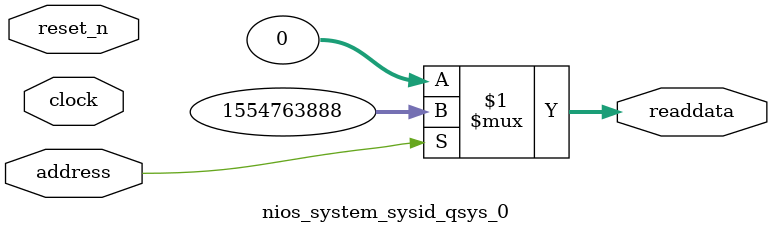
<source format=v>



// synthesis translate_off
`timescale 1ns / 1ps
// synthesis translate_on

// turn off superfluous verilog processor warnings 
// altera message_level Level1 
// altera message_off 10034 10035 10036 10037 10230 10240 10030 

module nios_system_sysid_qsys_0 (
               // inputs:
                address,
                clock,
                reset_n,

               // outputs:
                readdata
             )
;

  output  [ 31: 0] readdata;
  input            address;
  input            clock;
  input            reset_n;

  wire    [ 31: 0] readdata;
  //control_slave, which is an e_avalon_slave
  assign readdata = address ? 1554763888 : 0;

endmodule



</source>
